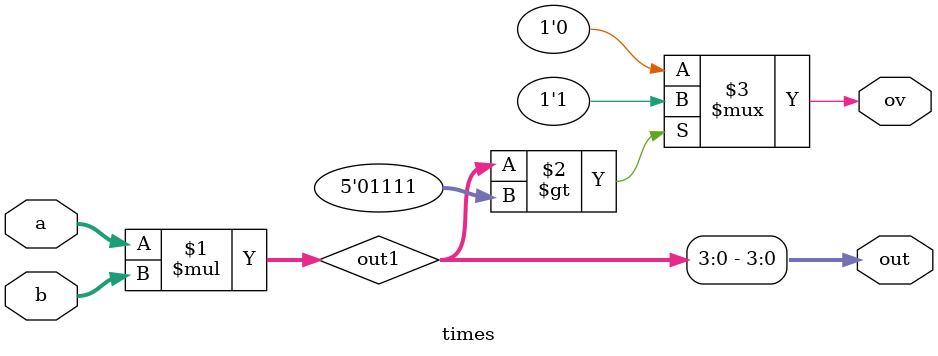
<source format=v>
module times (input [3:0]a,b,
				  output [3:0] out,
				  output ov
				);
				
				/*wire [7:0] out1 = a * b;
				
				assign out = out1[3:0];*/
				
				wire [7:0] out1 = a * b;
				
				assign ov = (out1 > 5'd15) ? 1'b1 : 1'b0;
				
				assign out = out1;
endmodule
</source>
